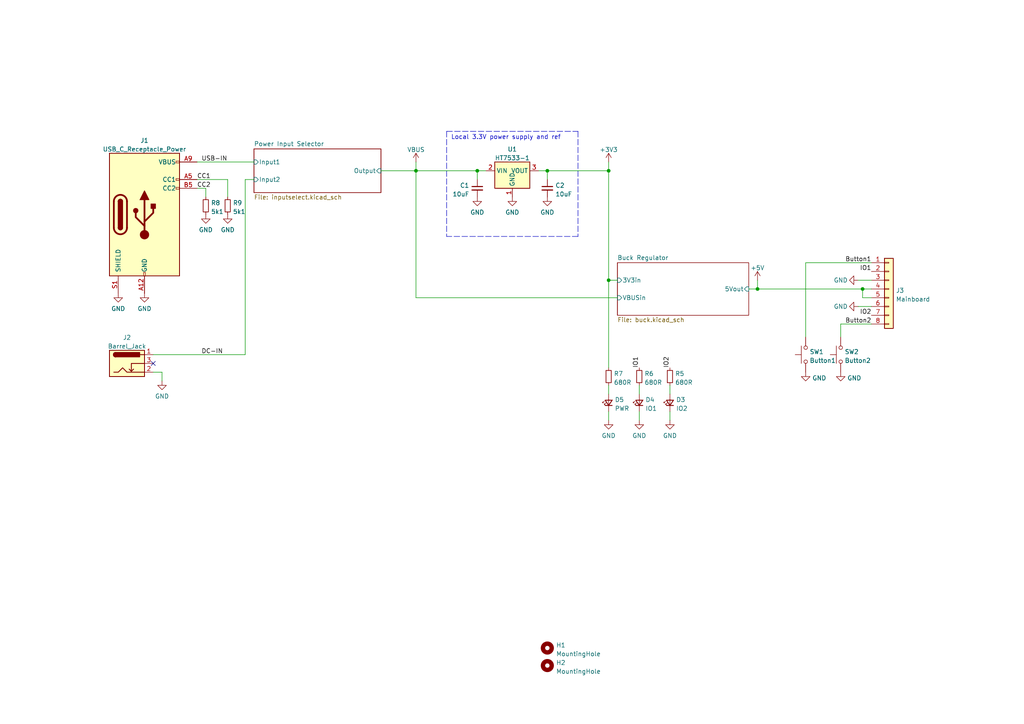
<source format=kicad_sch>
(kicad_sch (version 20211123) (generator eeschema)
  (paper "A4")
  (title_block (title "BloopBox Tailboard") (date "${DATE}") (rev "${VERSION}") (company "Qetesh"))
  (lib_symbols
    (symbol "Connector:Barrel_Jack_Switch" (pin_names hide)
      (property "Reference" "J" (at 0 5.334 0))
      (property "Value" "Barrel_Jack_Switch" (at 0 -5.08 0))
      (symbol "Barrel_Jack_Switch_0_1"
        (rectangle (start -5.08 3.81) (end 5.08 -3.81) (stroke (width 0.254)) (fill (type background)))
        (arc (start -3.302 3.175) (mid -3.937 2.54) (end -3.302 1.905) (stroke (width 0.254)))
        (arc (start -3.302 3.175) (mid -3.937 2.54) (end -3.302 1.905) (stroke (width 0.254)) (fill (type outline)))
        (polyline (pts (xy 1.27 -2.286) (xy 1.905 -1.651)) (stroke (width 0.254)))
        (polyline (pts (xy 5.08 2.54) (xy 3.81 2.54)) (stroke (width 0.254)))
        (polyline (pts (xy 5.08 0) (xy 1.27 0) (xy 1.27 -2.286) (xy 0.635 -1.651)) (stroke (width 0.254)))
        (polyline (pts (xy -3.81 -2.54) (xy -2.54 -2.54) (xy -1.27 -1.27) (xy 0 -2.54) (xy 2.54 -2.54) (xy 5.08 -2.54)) (stroke (width 0.254)))
        (rectangle (start 3.683 3.175) (end -3.302 1.905) (stroke (width 0.254)) (fill (type outline)))
      )
      (symbol "Barrel_Jack_Switch_1_1"
        (pin passive line (at 7.62 2.54 180) (length 2.54) (name "~") (number "1"))
        (pin passive line (at 7.62 -2.54 180) (length 2.54) (name "~") (number "2"))
        (pin passive line (at 7.62 0 180) (length 2.54) (name "~") (number "3"))
      )
    )
    (symbol "Connector_Generic:Conn_01x08" (pin_names (offset 1.016) hide)
      (property "Reference" "J" (at 0 10.16 0))
      (property "Value" "Conn_01x08" (at 0 -12.7 0))
      (symbol "Conn_01x08_1_1"
        (rectangle (start -1.27 -10.033) (end 0 -10.287) (stroke (width 0.1524)))
        (rectangle (start -1.27 -7.493) (end 0 -7.747) (stroke (width 0.1524)))
        (rectangle (start -1.27 -4.953) (end 0 -5.207) (stroke (width 0.1524)))
        (rectangle (start -1.27 -2.413) (end 0 -2.667) (stroke (width 0.1524)))
        (rectangle (start -1.27 0.127) (end 0 -0.127) (stroke (width 0.1524)))
        (rectangle (start -1.27 2.667) (end 0 2.413) (stroke (width 0.1524)))
        (rectangle (start -1.27 5.207) (end 0 4.953) (stroke (width 0.1524)))
        (rectangle (start -1.27 7.747) (end 0 7.493) (stroke (width 0.1524)))
        (rectangle (start -1.27 8.89) (end 1.27 -11.43) (stroke (width 0.254)) (fill (type background)))
        (pin passive line (at -5.08 7.62 0) (length 3.81) (name "Pin_1") (number "1"))
        (pin passive line (at -5.08 5.08 0) (length 3.81) (name "Pin_2") (number "2"))
        (pin passive line (at -5.08 2.54 0) (length 3.81) (name "Pin_3") (number "3"))
        (pin passive line (at -5.08 0 0) (length 3.81) (name "Pin_4") (number "4"))
        (pin passive line (at -5.08 -2.54 0) (length 3.81) (name "Pin_5") (number "5"))
        (pin passive line (at -5.08 -5.08 0) (length 3.81) (name "Pin_6") (number "6"))
        (pin passive line (at -5.08 -7.62 0) (length 3.81) (name "Pin_7") (number "7"))
        (pin passive line (at -5.08 -10.16 0) (length 3.81) (name "Pin_8") (number "8"))
      )
    )
    (symbol "Device:C_Small" (pin_numbers hide) (pin_names (offset 0.254) hide)
      (property "Reference" "C" (at 0.254 1.778 0))
      (property "Value" "C_Small" (at 0.254 -2.032 0))
      (symbol "C_Small_0_1"
        (polyline (pts (xy -1.524 -0.508) (xy 1.524 -0.508)) (stroke (width 0.3302)))
        (polyline (pts (xy -1.524 0.508) (xy 1.524 0.508)) (stroke (width 0.3048)))
      )
      (symbol "C_Small_1_1"
        (pin passive line (at 0 2.54 270) (length 2.032) (name "~") (number "1"))
        (pin passive line (at 0 -2.54 90) (length 2.032) (name "~") (number "2"))
      )
    )
    (symbol "Device:LED_Small" (pin_numbers hide) (pin_names (offset 0.254) hide)
      (property "Reference" "D" (at -1.27 3.175 0))
      (property "Value" "LED_Small" (at -4.445 -2.54 0))
      (symbol "LED_Small_0_1"
        (polyline (pts (xy -0.762 -1.016) (xy -0.762 1.016)) (stroke (width 0.254)))
        (polyline (pts (xy 1.016 0) (xy -0.762 0)))
        (polyline (pts (xy 0.762 -1.016) (xy -0.762 0) (xy 0.762 1.016) (xy 0.762 -1.016)) (stroke (width 0.254)))
        (polyline (pts (xy 0 0.762) (xy -0.508 1.27) (xy -0.254 1.27) (xy -0.508 1.27) (xy -0.508 1.016)))
        (polyline (pts (xy 0.508 1.27) (xy 0 1.778) (xy 0.254 1.778) (xy 0 1.778) (xy 0 1.524)))
      )
      (symbol "LED_Small_1_1"
        (pin passive line (at -2.54 0 0) (length 1.778) (name "K") (number "1"))
        (pin passive line (at 2.54 0 180) (length 1.778) (name "A") (number "2"))
      )
    )
    (symbol "Device:R_Small" (pin_numbers hide) (pin_names (offset 0.254) hide)
      (property "Reference" "R" (at 0.762 0.508 0))
      (property "Value" "R_Small" (at 0.762 -1.016 0))
      (symbol "R_Small_0_1"
        (rectangle (start -0.762 1.778) (end 0.762 -1.778) (stroke (width 0.2032)))
      )
      (symbol "R_Small_1_1"
        (pin passive line (at 0 2.54 270) (length 0.762) (name "~") (number "1"))
        (pin passive line (at 0 -2.54 90) (length 0.762) (name "~") (number "2"))
      )
    )
    (symbol "Mechanical:MountingHole" (pin_names (offset 1.016))
      (property "Reference" "H" (at 0 5.08 0))
      (property "Value" "MountingHole" (at 0 3.175 0))
      (symbol "MountingHole_0_1"
        (circle (center 0 0) (radius 1.27) (stroke (width 1.27)))
      )
    )
    (symbol "My_Symbols:USB_C_Receptacle_Power" (pin_names (offset 1.016))
      (property "Reference" "J7" (at 0 21.4798 0))
      (property "Value" "USB_C_Receptacle_Power" (at 0 18.9429 0))
      (symbol "USB_C_Receptacle_Power_0_0"
        (rectangle (start -0.254 -17.78) (end 0.254 -16.764))
        (rectangle (start 10.16 7.874) (end 9.144 7.366))
        (rectangle (start 10.16 10.414) (end 9.144 9.906))
        (rectangle (start 10.16 15.494) (end 9.144 14.986))
      )
      (symbol "USB_C_Receptacle_Power_0_1"
        (rectangle (start -10.16 17.78) (end 10.16 -17.78) (stroke (width 0.254)) (fill (type background)))
        (arc (start -8.89 -3.81) (mid -6.985 -5.715) (end -5.08 -3.81) (stroke (width 0.508)))
        (arc (start -7.62 -3.81) (mid -6.985 -4.445) (end -6.35 -3.81) (stroke (width 0.254)))
        (arc (start -7.62 -3.81) (mid -6.985 -4.445) (end -6.35 -3.81) (stroke (width 0.254)) (fill (type outline)))
        (rectangle (start -7.62 -3.81) (end -6.35 3.81) (stroke (width 0.254)) (fill (type outline)))
        (arc (start -6.35 3.81) (mid -6.985 4.445) (end -7.62 3.81) (stroke (width 0.254)))
        (arc (start -6.35 3.81) (mid -6.985 4.445) (end -7.62 3.81) (stroke (width 0.254)) (fill (type outline)))
        (arc (start -5.08 3.81) (mid -6.985 5.715) (end -8.89 3.81) (stroke (width 0.508)))
        (circle (center -2.54 1.143) (radius 0.635) (stroke (width 0.254)) (fill (type outline)))
        (circle (center 0 -5.842) (radius 1.27) (fill (type outline)))
        (polyline (pts (xy -8.89 -3.81) (xy -8.89 3.81)) (stroke (width 0.508)))
        (polyline (pts (xy -5.08 3.81) (xy -5.08 -3.81)) (stroke (width 0.508)))
        (polyline (pts (xy 0 -5.842) (xy 0 4.318)) (stroke (width 0.508)))
        (polyline (pts (xy 0 -3.302) (xy -2.54 -0.762) (xy -2.54 0.508)) (stroke (width 0.508)))
        (polyline (pts (xy 0 -2.032) (xy 2.54 0.508) (xy 2.54 1.778)) (stroke (width 0.508)))
        (polyline (pts (xy -1.27 4.318) (xy 0 6.858) (xy 1.27 4.318) (xy -1.27 4.318)) (stroke (width 0.254)) (fill (type outline)))
        (rectangle (start 1.905 1.778) (end 3.175 3.048) (stroke (width 0.254)) (fill (type outline)))
      )
      (symbol "USB_C_Receptacle_Power_1_1"
        (pin passive line (at 0 -22.86 90) (length 5.08) (name "GND") (number "A12"))
        (pin bidirectional line (at 15.24 10.16 180) (length 5.08) (name "CC1") (number "A5"))
        (pin passive line (at 15.24 15.24 180) (length 5.08) (name "VBUS") (number "A9"))
        (pin passive line (at 0 -22.86 90) (length 5.08) hide (name "GND") (number "B12"))
        (pin bidirectional line (at 15.24 7.62 180) (length 5.08) (name "CC2") (number "B5"))
        (pin passive line (at 15.24 15.24 180) (length 5.08) hide (name "VBUS") (number "B9"))
        (pin passive line (at -7.62 -22.86 90) (length 5.08) (name "SHIELD") (number "S1"))
      )
    )
    (symbol "Regulator_Linear:HT75xx-1-SOT89"
      (property "Reference" "U" (at -5.08 -3.81 0))
      (property "Value" "HT75xx-1-SOT89" (at 0 6.35 0))
      (symbol "HT75xx-1-SOT89_0_1"
        (rectangle (start -5.08 5.08) (end 5.08 -2.54) (stroke (width 0.254)) (fill (type background)))
      )
      (symbol "HT75xx-1-SOT89_1_1"
        (pin power_in line (at 0 -5.08 90) (length 2.54) (name "GND") (number "1"))
        (pin power_in line (at -7.62 2.54 0) (length 2.54) (name "VIN") (number "2"))
        (pin power_out line (at 7.62 2.54 180) (length 2.54) (name "VOUT") (number "3"))
      )
    )
    (symbol "Switch:SW_Push" (pin_numbers hide) (pin_names (offset 1.016) hide)
      (property "Reference" "SW" (at 1.27 2.54 0))
      (property "Value" "SW_Push" (at 0 -1.524 0))
      (symbol "SW_Push_0_1"
        (circle (center -2.032 0) (radius 0.508))
        (polyline (pts (xy 0 1.27) (xy 0 3.048)))
        (polyline (pts (xy 2.54 1.27) (xy -2.54 1.27)))
        (circle (center 2.032 0) (radius 0.508))
        (pin passive line (at -5.08 0 0) (length 2.54) (name "1") (number "1"))
        (pin passive line (at 5.08 0 180) (length 2.54) (name "2") (number "2"))
      )
    )
    (symbol "power:+3V3" (power) (pin_names (offset 0))
      (property "Value" "+3V3" (at 0 3.556 0))
      (symbol "+3V3_0_1"
        (polyline (pts (xy -0.762 1.27) (xy 0 2.54)))
        (polyline (pts (xy 0 0) (xy 0 2.54)))
        (polyline (pts (xy 0 2.54) (xy 0.762 1.27)))
      )
      (symbol "+3V3_1_1"
        (pin power_in line (at 0 0 90) (length 0) hide (name "+3V3") (number "1"))
      )
    )
    (symbol "power:+5V" (power) (pin_names (offset 0))
      (property "Value" "+5V" (at 0 3.556 0))
      (symbol "+5V_0_1"
        (polyline (pts (xy -0.762 1.27) (xy 0 2.54)))
        (polyline (pts (xy 0 0) (xy 0 2.54)))
        (polyline (pts (xy 0 2.54) (xy 0.762 1.27)))
      )
      (symbol "+5V_1_1"
        (pin power_in line (at 0 0 90) (length 0) hide (name "+5V") (number "1"))
      )
    )
    (symbol "power:GND" (power) (pin_names (offset 0))
      (property "Value" "GND" (at 0 -3.81 0))
      (symbol "GND_0_1"
        (polyline (pts (xy 0 0) (xy 0 -1.27) (xy 1.27 -1.27) (xy 0 -2.54) (xy -1.27 -1.27) (xy 0 -1.27)))
      )
      (symbol "GND_1_1"
        (pin power_in line (at 0 0 270) (length 0) hide (name "GND") (number "1"))
      )
    )
    (symbol "power:PWR_FLAG" (power) (pin_numbers hide) (pin_names (offset 0) hide)
      (property "Value" "PWR_FLAG" (at 0 3.81 0))
      (symbol "PWR_FLAG_0_0"
        (pin power_out line (at 0 0 90) (length 0) (name "pwr") (number "1"))
      )
      (symbol "PWR_FLAG_0_1"
        (polyline (pts (xy 0 0) (xy 0 1.27) (xy -1.016 1.905) (xy 0 2.54) (xy 1.016 1.905) (xy 0 1.27)))
      )
    )
    (symbol "power:VBUS" (power) (pin_names (offset 0))
      (property "Value" "VBUS" (at 0 3.81 0))
      (symbol "VBUS_0_1"
        (polyline (pts (xy -0.762 1.27) (xy 0 2.54)))
        (polyline (pts (xy 0 0) (xy 0 2.54)))
        (polyline (pts (xy 0 2.54) (xy 0.762 1.27)))
      )
      (symbol "VBUS_1_1"
        (pin power_in line (at 0 0 90) (length 0) hide (name "VBUS") (number "1"))
      )
    )
  )
  (junction (at 176.53 81.28))
  (junction (at 250.19 83.82))
  (junction (at 219.71 83.82))
  (junction (at 176.53 49.53))
  (junction (at 158.75 49.53))
  (junction (at 120.65 49.53))
  (junction (at 138.43 49.53))
  (no_connect (at 44.45 105.41))
  (wire (pts (xy 44.45 102.87) (xy 71.12 102.87)))
  (wire (pts (xy 243.84 97.79) (xy 243.84 93.98)))
  (wire (pts (xy 185.42 121.92) (xy 185.42 119.38)))
  (wire (pts (xy 44.45 107.95) (xy 46.99 107.95)))
  (wire (pts (xy 219.71 81.28) (xy 219.71 83.82)))
  (wire (pts (xy 176.53 111.76) (xy 176.53 114.3)))
  (wire (pts (xy 217.17 83.82) (xy 219.71 83.82)))
  (wire (pts (xy 176.53 49.53) (xy 176.53 81.28)))
  (wire (pts (xy 158.75 49.53) (xy 156.21 49.53)))
  (wire (pts (xy 252.73 86.36) (xy 250.19 86.36)))
  (polyline (pts (xy 167.64 38.1) (xy 167.64 68.58)))
  (wire (pts (xy 179.07 81.28) (xy 176.53 81.28)))
  (wire (pts (xy 73.66 52.07) (xy 71.12 52.07)))
  (wire (pts (xy 120.65 49.53) (xy 120.65 46.99)))
  (wire (pts (xy 120.65 49.53) (xy 120.65 86.36)))
  (wire (pts (xy 71.12 52.07) (xy 71.12 102.87)))
  (wire (pts (xy 176.53 49.53) (xy 158.75 49.53)))
  (wire (pts (xy 248.92 81.28) (xy 252.73 81.28)))
  (wire (pts (xy 233.68 76.2) (xy 252.73 76.2)))
  (wire (pts (xy 120.65 49.53) (xy 138.43 49.53)))
  (wire (pts (xy 233.68 76.2) (xy 233.68 97.79)))
  (wire (pts (xy 185.42 111.76) (xy 185.42 114.3)))
  (wire (pts (xy 194.31 111.76) (xy 194.31 114.3)))
  (wire (pts (xy 176.53 46.99) (xy 176.53 49.53)))
  (wire (pts (xy 138.43 52.07) (xy 138.43 49.53)))
  (wire (pts (xy 176.53 121.92) (xy 176.53 119.38)))
  (wire (pts (xy 158.75 52.07) (xy 158.75 49.53)))
  (polyline (pts (xy 167.64 68.58) (xy 129.54 68.58)))
  (polyline (pts (xy 129.54 38.1) (xy 129.54 68.58)))
  (wire (pts (xy 176.53 81.28) (xy 176.53 106.68)))
  (polyline (pts (xy 129.54 38.1) (xy 167.64 38.1)))
  (wire (pts (xy 194.31 121.92) (xy 194.31 119.38)))
  (wire (pts (xy 66.04 57.15) (xy 66.04 52.07)))
  (wire (pts (xy 46.99 107.95) (xy 46.99 110.49)))
  (wire (pts (xy 219.71 83.82) (xy 250.19 83.82)))
  (wire (pts (xy 138.43 49.53) (xy 140.97 49.53)))
  (wire (pts (xy 59.69 54.61) (xy 57.15 54.61)))
  (wire (pts (xy 248.92 88.9) (xy 252.73 88.9)))
  (wire (pts (xy 243.84 93.98) (xy 252.73 93.98)))
  (wire (pts (xy 66.04 52.07) (xy 57.15 52.07)))
  (wire (pts (xy 179.07 86.36) (xy 120.65 86.36)))
  (wire (pts (xy 59.69 57.15) (xy 59.69 54.61)))
  (wire (pts (xy 110.49 49.53) (xy 120.65 49.53)))
  (wire (pts (xy 57.15 46.99) (xy 73.66 46.99)))
  (wire (pts (xy 250.19 86.36) (xy 250.19 83.82)))
  (wire (pts (xy 250.19 83.82) (xy 252.73 83.82)))
  (text "Local 3.3V power supply and ref" (at 130.81 40.64 0) (effects (font (size 1.27 1.27)) (justify left bottom)))
  (label "IO1" (at 185.42 106.68 90))
  (label "Button2" (at 252.73 93.98 180))
  (label "CC1" (at 57.15 52.07 0))
  (label "USB-IN" (at 58.42 46.99 0))
  (label "IO2" (at 194.31 106.68 90))
  (label "IO2" (at 252.73 91.44 180))
  (label "CC2" (at 57.15 54.61 0))
  (label "Button1" (at 252.73 76.2 180))
  (label "IO1" (at 252.73 78.74 180))
  (label "DC-IN" (at 58.42 102.87 0))
  (symbol (lib_id "power:VBUS") (at -36.83 181.61 0) (unit 1)
    (property "Reference" "#PWR019" (effects hide))
    (property "Value" "VBUS" (at -35.433 180.7738 0) (effects (justify left)))
  )
  (symbol (lib_id "power:GND") (at 158.75 57.15 0) (unit 1)
    (property "Reference" "#PWR06" (effects hide))
    (property "Value" "GND" (at 158.75 61.5934 0))
  )
  (symbol (lib_id "Connector_Generic:Conn_01x08") (at 257.81 83.82 0) (unit 1)
    (property "Reference" "J3" (at 259.842 84.2553 0) (effects (justify left)))
    (property "Value" "Mainboard" (at 259.842 86.7922 0) (effects (justify left)))
    (property "Footprint" "Connector_JST:JST_PH_S8B-PH-K_1x08_P2.00mm_Horizontal" (effects hide))
    (property "LCSC" "C14531" (effects hide))
  )
  (symbol (lib_id "power:+5V") (at -33.02 181.61 0) (unit 1)
    (property "Reference" "#PWR020" (effects hide))
    (property "Value" "+5V" (at -31.623 180.7738 0) (effects (justify left)))
  )
  (symbol (lib_id "Device:LED_Small") (at 185.42 116.84 90) (unit 1)
    (property "Reference" "D4" (at 187.198 115.9418 90) (effects (justify right)))
    (property "Value" "IO1" (at 187.198 118.4787 90) (effects (justify right)))
    (property "Footprint" "LED_SMD:LED_0603_1608Metric" (effects hide))
    (property "LCSC" "C72038" (effects hide))
  )
  (symbol (lib_id "Switch:SW_Push") (at 233.68 102.87 90) (unit 1)
    (property "Reference" "SW1" (at 234.823 102.0353 90) (effects (justify right)))
    (property "Value" "Button1" (at 234.823 104.5722 90) (effects (justify right)))
    (property "Footprint" "Button_Switch_THT:SW_Tactile_SPST_Angled_PTS645Vx83-2LFS" (effects hide))
    (property "LCSC" "C338650" (effects hide))
  )
  (symbol (lib_id "Device:C_Small") (at 138.43 54.61 0) (unit 1)
    (property "Reference" "C1" (at 136.106 53.7816 0) (effects (justify right)))
    (property "Value" "10uF" (at 136.106 56.3185 0) (effects (justify right)))
    (property "Footprint" "Capacitor_SMD:C_0805_2012Metric" (effects hide))
    (property "LCSC" "C440198" (effects hide))
  )
  (symbol (lib_id "Device:LED_Small") (at 194.31 116.84 90) (unit 1)
    (property "Reference" "D3" (at 196.088 115.9418 90) (effects (justify right)))
    (property "Value" "IO2" (at 196.088 118.4787 90) (effects (justify right)))
    (property "Footprint" "LED_SMD:LED_0603_1608Metric" (effects hide))
    (property "LCSC" "C72038" (effects hide))
  )
  (symbol (lib_id "power:GND") (at 185.42 121.92 0) (unit 1)
    (property "Reference" "#PWR029" (effects hide))
    (property "Value" "GND" (at 185.42 126.3634 0))
  )
  (symbol (lib_id "power:GND") (at 138.43 57.15 0) (unit 1)
    (property "Reference" "#PWR04" (effects hide))
    (property "Value" "GND" (at 138.43 61.5934 0))
  )
  (symbol (lib_id "power:GND") (at 148.59 57.15 0) (unit 1)
    (property "Reference" "#PWR05" (effects hide))
    (property "Value" "GND" (at 148.59 61.5934 0))
  )
  (symbol (lib_id "power:GND") (at 176.53 121.92 0) (unit 1)
    (property "Reference" "#PWR030" (effects hide))
    (property "Value" "GND" (at 176.53 126.3634 0))
  )
  (symbol (lib_id "power:+3V3") (at 176.53 46.99 0) (unit 1)
    (property "Reference" "#PWR03" (effects hide))
    (property "Value" "+3V3" (at 176.53 43.4142 0))
  )
  (symbol (lib_id "power:GND") (at 248.92 88.9 270) (unit 1)
    (property "Reference" "#PWR018" (effects hide))
    (property "Value" "GND" (at 243.84 88.9 90))
  )
  (symbol (lib_id "Device:R_Small") (at 194.31 109.22 0) (unit 1)
    (property "Reference" "R5" (at 195.8086 108.3853 0) (effects (justify left)))
    (property "Value" "680R" (at 195.8086 110.9222 0) (effects (justify left)))
    (property "Footprint" "Resistor_SMD:R_0402_1005Metric" (effects hide))
    (property "LCSC" "C25130" (effects hide))
  )
  (symbol (lib_id "Mechanical:MountingHole") (at 158.75 187.96 0) (unit 1)
    (property "Reference" "H1" (at 161.29 187.1253 0) (effects (justify left)))
    (property "Value" "MountingHole" (at 161.29 189.6622 0) (effects (justify left)))
    (property "Footprint" "MountingHole:MountingHole_3.2mm_M3_Pad" (effects hide))
  )
  (symbol (lib_id "Device:LED_Small") (at 176.53 116.84 90) (unit 1)
    (property "Reference" "D5" (at 178.308 115.9418 90) (effects (justify right)))
    (property "Value" "PWR" (at 178.308 118.4787 90) (effects (justify right)))
    (property "Footprint" "LED_SMD:LED_0603_1608Metric" (effects hide))
    (property "LCSC" "C72038" (effects hide))
  )
  (symbol (lib_id "power:PWR_FLAG") (at -36.83 181.61 180) (unit 1)
    (property "Reference" "#FLG01" (effects hide))
    (property "Value" "PWR_FLAG" (at -36.83 186.0534 0))
  )
  (symbol (lib_id "power:GND") (at 34.29 85.09 0) (unit 1)
    (property "Reference" "#PWR0102" (effects hide))
    (property "Value" "GND" (at 34.29 89.5334 0))
  )
  (symbol (lib_id "power:GND") (at 59.69 62.23 0) (unit 1)
    (property "Reference" "#PWR0105" (effects hide))
    (property "Value" "GND" (at 59.69 66.6734 0))
  )
  (symbol (lib_id "power:GND") (at 66.04 62.23 0) (unit 1)
    (property "Reference" "#PWR0106" (effects hide))
    (property "Value" "GND" (at 66.04 66.6734 0))
  )
  (symbol (lib_id "My_Symbols:USB_C_Receptacle_Power") (at 41.91 62.23 0) (unit 1)
    (property "Reference" "J1" (at 41.91 40.7502 0))
    (property "Value" "USB_C_Receptacle_Power" (at 41.91 43.2871 0))
    (property "Footprint" "USB4125-GF-A_REVA2:GCT_USB4125-GF-A_REVA2" (effects hide))
    (property "Datasheet" "https://www.usb.org/sites/default/files/documents/usb_type-c.zip" (effects hide))
    (property "LCSC" "C283540" (effects hide))
  )
  (symbol (lib_id "power:VBUS") (at 120.65 46.99 0) (unit 1)
    (property "Reference" "#PWR02" (effects hide))
    (property "Value" "VBUS" (at 120.65 43.4142 0))
  )
  (symbol (lib_id "Device:R_Small") (at 59.69 59.69 0) (unit 1)
    (property "Reference" "R8" (at 61.1886 58.8553 0) (effects (justify left)))
    (property "Value" "5k1" (at 61.1886 61.3922 0) (effects (justify left)))
    (property "Footprint" "Resistor_SMD:R_0402_1005Metric" (effects hide))
    (property "LCSC" "C25905" (effects hide))
  )
  (symbol (lib_id "power:PWR_FLAG") (at -33.02 181.61 180) (unit 1)
    (property "Reference" "#FLG02" (effects hide))
    (property "Value" "PWR_FLAG" (at -33.02 186.0534 0))
  )
  (symbol (lib_id "Switch:SW_Push") (at 243.84 102.87 90) (unit 1)
    (property "Reference" "SW2" (at 244.983 102.0353 90) (effects (justify right)))
    (property "Value" "Button2" (at 244.983 104.5722 90) (effects (justify right)))
    (property "Footprint" "Button_Switch_THT:SW_Tactile_SPST_Angled_PTS645Vx83-2LFS" (effects hide))
    (property "LCSC" "C338650" (effects hide))
  )
  (symbol (lib_id "Connector:Barrel_Jack_Switch") (at 36.83 105.41 0) (unit 1)
    (property "Reference" "J2" (at 36.83 97.9002 0))
    (property "Value" "Barrel_Jack" (at 36.83 100.4371 0))
    (property "Footprint" "Connector_BarrelJack:BarrelJack_Horizontal" (effects hide))
  )
  (symbol (lib_id "Device:C_Small") (at 158.75 54.61 0) (unit 1)
    (property "Reference" "C2" (at 161.0741 53.7816 0) (effects (justify left)))
    (property "Value" "10uF" (at 161.0741 56.3185 0) (effects (justify left)))
    (property "Footprint" "Capacitor_SMD:C_0402_1005Metric" (effects hide))
    (property "LCSC" "C15525" (effects hide))
  )
  (symbol (lib_id "power:PWR_FLAG") (at -29.21 181.61 180) (unit 1)
    (property "Reference" "#FLG03" (effects hide))
    (property "Value" "PWR_FLAG" (at -29.21 186.0534 0))
  )
  (symbol (lib_id "Device:R_Small") (at 176.53 109.22 0) (unit 1)
    (property "Reference" "R7" (at 178.0286 108.3853 0) (effects (justify left)))
    (property "Value" "680R" (at 178.0286 110.9222 0) (effects (justify left)))
    (property "Footprint" "Resistor_SMD:R_0402_1005Metric" (effects hide))
    (property "LCSC" "C25130" (effects hide))
  )
  (symbol (lib_id "power:GND") (at 233.68 107.95 0) (unit 1)
    (property "Reference" "#PWR023" (effects hide))
    (property "Value" "GND" (at 235.585 109.6538 0) (effects (justify left)))
  )
  (symbol (lib_id "power:GND") (at 194.31 121.92 0) (unit 1)
    (property "Reference" "#PWR028" (effects hide))
    (property "Value" "GND" (at 194.31 126.3634 0))
  )
  (symbol (lib_id "power:GND") (at -29.21 181.61 0) (mirror x) (unit 1)
    (property "Reference" "#PWR021" (effects hide))
    (property "Value" "GND" (at -31.1149 180.7738 0) (effects (justify right)))
  )
  (symbol (lib_id "power:GND") (at 248.92 81.28 270) (unit 1)
    (property "Reference" "#PWR015" (effects hide))
    (property "Value" "GND" (at 243.84 81.28 90))
  )
  (symbol (lib_id "power:GND") (at 41.91 85.09 0) (unit 1)
    (property "Reference" "#PWR0103" (effects hide))
    (property "Value" "GND" (at 41.91 89.5334 0))
  )
  (symbol (lib_id "Device:R_Small") (at 185.42 109.22 0) (unit 1)
    (property "Reference" "R6" (at 186.9186 108.3853 0) (effects (justify left)))
    (property "Value" "680R" (at 186.9186 110.9222 0) (effects (justify left)))
    (property "Footprint" "Resistor_SMD:R_0402_1005Metric" (effects hide))
    (property "LCSC" "C25130" (effects hide))
  )
  (symbol (lib_id "power:+5V") (at 219.71 81.28 0) (unit 1)
    (property "Reference" "#PWR09" (effects hide))
    (property "Value" "+5V" (at 219.71 77.7042 0))
  )
  (symbol (lib_id "Device:R_Small") (at 66.04 59.69 0) (unit 1)
    (property "Reference" "R9" (at 67.5386 58.8553 0) (effects (justify left)))
    (property "Value" "5k1" (at 67.5386 61.3922 0) (effects (justify left)))
    (property "Footprint" "Resistor_SMD:R_0402_1005Metric" (effects hide))
    (property "LCSC" "C25905" (effects hide))
  )
  (symbol (lib_id "Mechanical:MountingHole") (at 158.75 193.04 0) (unit 1)
    (property "Reference" "H2" (at 161.29 192.2053 0) (effects (justify left)))
    (property "Value" "MountingHole" (at 161.29 194.7422 0) (effects (justify left)))
    (property "Footprint" "MountingHole:MountingHole_3.2mm_M3_Pad" (effects hide))
  )
  (symbol (lib_id "power:GND") (at 243.84 107.95 0) (unit 1)
    (property "Reference" "#PWR022" (effects hide))
    (property "Value" "GND" (at 245.745 109.6538 0) (effects (justify left)))
  )
  (symbol (lib_id "Regulator_Linear:HT75xx-1-SOT89") (at 148.59 52.07 0) (unit 1)
    (property "Reference" "U1" (at 148.59 43.2902 0))
    (property "Value" "HT7533-1" (at 148.59 45.8271 0))
    (property "Footprint" "Package_TO_SOT_SMD:SOT-89-3" (effects hide))
    (property "Datasheet" "https://www.holtek.com/documents/10179/116711/HT75xx-1v250.pdf" (effects hide))
    (property "LCSC" "C14289" (effects hide))
  )
  (symbol (lib_id "power:GND") (at 46.99 110.49 0) (unit 1)
    (property "Reference" "#PWR0101" (effects hide))
    (property "Value" "GND" (at 46.99 114.9334 0))
  )
  (sheet (at 179.07 76.2) (size 38.1 15.24) (stroke (width 0.1524))
    (property "Sheet name" "Buck Regulator" (at 179.07 75.4884 0) (effects (justify left bottom)))
    (property "Sheet file" "buck.kicad_sch" (at 179.07 92.0246 0) (effects (justify left top)))
    (pin "5Vout" input (at 217.17 83.82 0))
    (pin "VBUSin" input (at 179.07 86.36 180))
    (pin "3V3in" input (at 179.07 81.28 180))
  )
  (sheet (at 73.66 43.18) (size 36.83 12.7) (stroke (width 0.1524))
    (property "Sheet name" "Power Input Selector" (at 73.66 42.4684 0) (effects (justify left bottom)))
    (property "Sheet file" "inputselect.kicad_sch" (at 73.66 56.4646 0) (effects (justify left top)))
    (pin "Output" input (at 110.49 49.53 0))
    (pin "Input2" input (at 73.66 52.07 180))
    (pin "Input1" input (at 73.66 46.99 180))
  )
)
</source>
